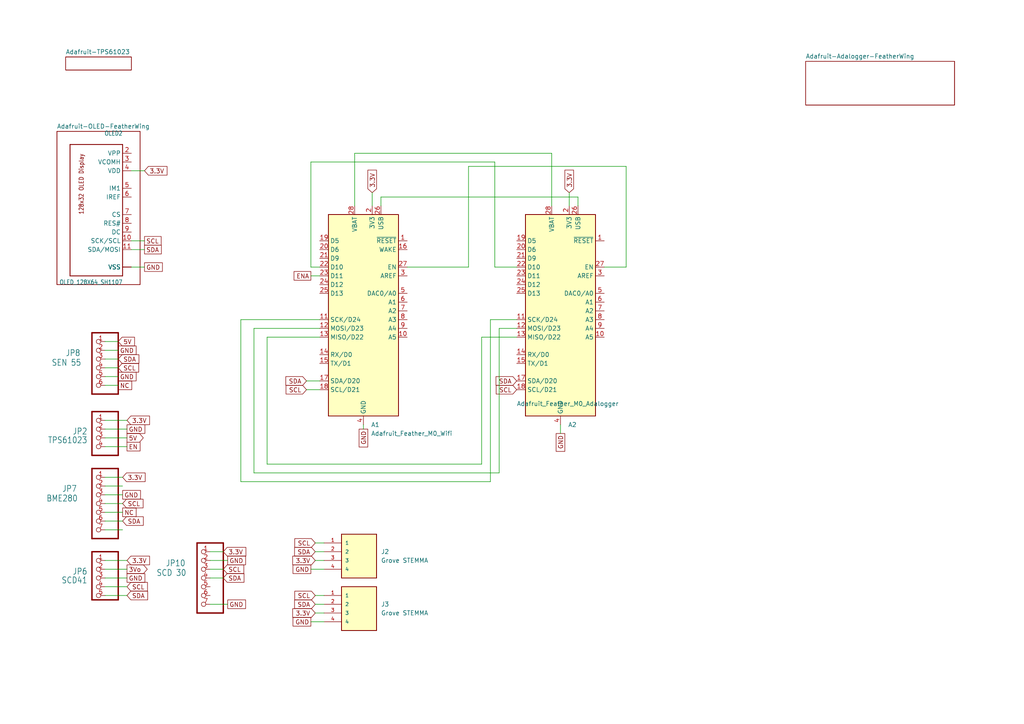
<source format=kicad_sch>
(kicad_sch (version 20231120) (generator "eeschema") (generator_version "8.0")
  (paper "A4")
  (lib_symbols
    (symbol "110990030:110990030" (pin_names (offset 1.016))
      (property "Reference" "J" (at -5.08 5.842 0))
      (property "Value" "110990030" (at -5.08 -8.382 0))
      (symbol "110990030_0_0"
        (rectangle (start -5.08 -7.62) (end 5.08 5.08) (stroke (width 0.254)) (fill (type background)))
        (pin passive line (at -10.16 2.54 0) (length 5.08) (name "1") (number "1"))
        (pin passive line (at -10.16 0 0) (length 5.08) (name "2") (number "2"))
        (pin passive line (at -10.16 -2.54 0) (length 5.08) (name "3") (number "3"))
        (pin passive line (at -10.16 -5.08 0) (length 5.08) (name "4") (number "4"))
      )
    )
    (symbol "Adafruit 128x64 OLED FeatherWing-eagle-import:OLED_128X64_SH1107"
      (property "Reference" "OLED" (at -7.62 22.86 0))
      (symbol "OLED_128X64_SH1107_1_0"
        (polyline (pts (xy -7.62 -17.78) (xy 7.62 -17.78)) (stroke (width 0.254)))
        (polyline (pts (xy -7.62 20.32) (xy -7.62 -17.78)) (stroke (width 0.254)))
        (polyline (pts (xy 7.62 -17.78) (xy 7.62 20.32)) (stroke (width 0.254)))
        (polyline (pts (xy 7.62 20.32) (xy -7.62 20.32)) (stroke (width 0.254)))
        (text "128x32 OLED Display" (at 5.08 0 900) (effects (font (size 1.27 1.0795)) (justify left bottom)))
        (pin power_in line (at -10.16 -15.24 0) (length 2.54) (name "VSS") (number "1"))
        (pin input line (at -10.16 -7.62 0) (length 2.54) (name "SCK/SCL") (number "10"))
        (pin input line (at -10.16 -10.16 0) (length 2.54) (name "SDA/MOSI") (number "11"))
        (pin power_in line (at -10.16 -15.24 0) (length 2.54) (name "VSS") (number "12"))
        (pin power_in line (at -10.16 -15.24 0) (length 2.54) (name "VSS") (number "13"))
        (pin power_in line (at -10.16 17.78 0) (length 2.54) (name "VPP") (number "2"))
        (pin power_in line (at -10.16 15.24 0) (length 2.54) (name "VCOMH") (number "3"))
        (pin power_in line (at -10.16 12.7 0) (length 2.54) (name "VDD") (number "4"))
        (pin input line (at -10.16 7.62 0) (length 2.54) (name "IM1") (number "5"))
        (pin bidirectional line (at -10.16 5.08 0) (length 2.54) (name "IREF") (number "6"))
        (pin input line (at -10.16 0 0) (length 2.54) (name "CS") (number "7"))
        (pin input line (at -10.16 -2.54 0) (length 2.54) (name "RES#") (number "8"))
        (pin input line (at -10.16 -5.08 0) (length 2.54) (name "DC") (number "9"))
      )
    )
    (symbol "Adafruit TPS61023-eagle-import:HEADER-1X4ROUND"
      (property "Reference" "JP" (at -6.35 8.255 0))
      (symbol "HEADER-1X4ROUND_1_0"
        (polyline (pts (xy -6.35 -5.08) (xy 1.27 -5.08)) (stroke (width 0.4064)))
        (polyline (pts (xy -6.35 7.62) (xy -6.35 -5.08)) (stroke (width 0.4064)))
        (polyline (pts (xy 1.27 -5.08) (xy 1.27 7.62)) (stroke (width 0.4064)))
        (polyline (pts (xy 1.27 7.62) (xy -6.35 7.62)) (stroke (width 0.4064)))
        (pin passive inverted (at -2.54 5.08 0) (length 2.54) (name "1") (number "1"))
        (pin passive inverted (at -2.54 2.54 0) (length 2.54) (name "2") (number "2"))
        (pin passive inverted (at -2.54 0 0) (length 2.54) (name "3") (number "3"))
        (pin passive inverted (at -2.54 -2.54 0) (length 2.54) (name "4") (number "4"))
      )
    )
    (symbol "HEADER-1X4ROUND_1"
      (property "Reference" "JP7" (at 5.588 1.778 0))
      (property "Value" "BME280" (at 5.334 -1.016 0))
      (symbol "HEADER-1X4ROUND_1_1_0"
        (polyline (pts (xy -6.35 -12.7) (xy 1.27 -12.7)) (stroke (width 0.4064)))
        (polyline (pts (xy -6.35 7.62) (xy -6.35 -12.7)) (stroke (width 0.4064)))
        (polyline (pts (xy 1.27 -12.7) (xy 1.27 7.62)) (stroke (width 0.4064)))
        (polyline (pts (xy 1.27 7.62) (xy -6.35 7.62)) (stroke (width 0.4064)))
        (pin passive inverted (at -2.54 5.08 0) (length 2.54) (name "1") (number "1"))
        (pin passive inverted (at -2.54 2.54 0) (length 2.54) (name "2") (number "2"))
        (pin passive inverted (at -2.54 0 0) (length 2.54) (name "3") (number "3"))
        (pin passive inverted (at -2.54 -2.54 0) (length 2.54) (name "4") (number "4"))
        (pin passive inverted (at -2.54 -5.08 0) (length 2.54) (name "5") (number "5"))
        (pin passive inverted (at -2.54 -7.62 0) (length 2.54) (name "6") (number "6"))
        (pin passive inverted (at -2.54 -10.16 0) (length 2.54) (name "7") (number "7"))
      )
    )
    (symbol "HEADER-1X4ROUND_2"
      (property "Reference" "JP8" (at 5.588 1.778 0))
      (property "Value" "SEN 55" (at 5.334 -1.016 0))
      (symbol "HEADER-1X4ROUND_2_1_0"
        (polyline (pts (xy -6.35 -10.16) (xy 1.27 -10.16)) (stroke (width 0.4064)))
        (polyline (pts (xy -6.35 7.62) (xy -6.35 -10.16)) (stroke (width 0.4064)))
        (polyline (pts (xy 1.27 -10.16) (xy 1.27 7.62)) (stroke (width 0.4064)))
        (polyline (pts (xy 1.27 7.62) (xy -6.35 7.62)) (stroke (width 0.4064)))
        (pin passive inverted (at -2.54 5.08 0) (length 2.54) (name "1") (number "1"))
        (pin passive inverted (at -2.54 2.54 0) (length 2.54) (name "2") (number "2"))
        (pin passive inverted (at -2.54 0 0) (length 2.54) (name "3") (number "3"))
        (pin passive inverted (at -2.54 -2.54 0) (length 2.54) (name "4") (number "4"))
        (pin passive inverted (at -2.54 -5.08 0) (length 2.54) (name "5") (number "5"))
        (pin passive inverted (at -2.54 -7.62 0) (length 2.54) (name "6") (number "6"))
      )
    )
    (symbol "HEADER-1X4ROUND_3"
      (property "Reference" "JP10" (at 4.572 1.778 0))
      (property "Value" "SCD 30" (at 4.318 -1.016 0))
      (symbol "HEADER-1X4ROUND_3_1_0"
        (polyline (pts (xy -6.35 -12.7) (xy 1.27 -12.7)) (stroke (width 0.4064)))
        (polyline (pts (xy -6.35 7.62) (xy -6.35 -12.7)) (stroke (width 0.4064)))
        (polyline (pts (xy 1.27 -12.7) (xy 1.27 7.62)) (stroke (width 0.4064)))
        (polyline (pts (xy 1.27 7.62) (xy -6.35 7.62)) (stroke (width 0.4064)))
        (pin passive inverted (at -2.54 5.08 0) (length 2.54) (name "1") (number "1"))
        (pin passive inverted (at -2.54 2.54 0) (length 2.54) (name "2") (number "2"))
        (pin passive inverted (at -2.54 0 0) (length 2.54) (name "3") (number "3"))
        (pin passive inverted (at -2.54 -2.54 0) (length 2.54) (name "4") (number "4"))
        (pin passive inverted (at -2.54 -5.08 0) (length 2.54) (name "5") (number "5"))
        (pin passive inverted (at -2.54 -7.62 0) (length 2.54) (name "6") (number "6"))
        (pin passive inverted (at -2.54 -10.16 0) (length 2.54) (name "7") (number "7"))
      )
    )
    (symbol "HEADER-1X4ROUND_4"
      (property "Reference" "JP6" (at 2.54 1.905 0))
      (property "Value" "SCD41" (at 2.54 -0.635 0))
      (symbol "HEADER-1X4ROUND_4_1_0"
        (polyline (pts (xy -6.35 -6.35) (xy 1.27 -6.35)) (stroke (width 0.4064)))
        (polyline (pts (xy -6.35 7.62) (xy -6.35 -6.35)) (stroke (width 0.4064)))
        (polyline (pts (xy 1.27 -6.35) (xy 1.27 7.62)) (stroke (width 0.4064)))
        (polyline (pts (xy 1.27 7.62) (xy -6.35 7.62)) (stroke (width 0.4064)))
        (pin passive inverted (at -2.54 5.08 0) (length 2.54) (name "1") (number "1"))
        (pin passive inverted (at -2.54 2.54 0) (length 2.54) (name "2") (number "2"))
        (pin passive inverted (at -2.54 0 0) (length 2.54) (name "3") (number "3"))
        (pin passive inverted (at -2.54 -2.54 0) (length 2.54) (name "4") (number "4"))
        (pin passive inverted (at -2.54 -5.08 0) (length 2.54) (name "5") (number "5"))
      )
    )
    (symbol "MCU_Module:Adafruit_Feather_M0_Adalogger"
      (property "Reference" "A" (at -10.16 29.21 0))
      (property "Value" "Adafruit_Feather_M0_Adalogger" (at 2.54 -31.75 0))
      (symbol "Adafruit_Feather_M0_Adalogger_0_1"
        (rectangle (start -10.16 27.94) (end 10.16 -30.48) (stroke (width 0.254)) (fill (type background)))
      )
      (symbol "Adafruit_Feather_M0_Adalogger_1_1"
        (pin input line (at 12.7 20.32 180) (length 2.54) (name "~{RESET}") (number "1"))
        (pin bidirectional line (at 12.7 -7.62 180) (length 2.54) (name "A5") (number "10"))
        (pin bidirectional line (at -12.7 -2.54 0) (length 2.54) (name "SCK/D24") (number "11"))
        (pin bidirectional line (at -12.7 -5.08 0) (length 2.54) (name "MOSI/D23") (number "12"))
        (pin bidirectional line (at -12.7 -7.62 0) (length 2.54) (name "MISO/D22") (number "13"))
        (pin bidirectional line (at -12.7 -12.7 0) (length 2.54) (name "RX/D0") (number "14"))
        (pin bidirectional line (at -12.7 -15.24 0) (length 2.54) (name "TX/D1") (number "15"))
        (pin passive line (at 0 -33.02 90) (length 2.54) hide (name "GND") (number "16"))
        (pin bidirectional line (at -12.7 -20.32 0) (length 2.54) (name "SDA/D20") (number "17"))
        (pin bidirectional line (at -12.7 -22.86 0) (length 2.54) (name "SCL/D21") (number "18"))
        (pin bidirectional line (at -12.7 20.32 0) (length 2.54) (name "D5") (number "19"))
        (pin power_in line (at 2.54 30.48 270) (length 2.54) (name "3V3") (number "2"))
        (pin bidirectional line (at -12.7 17.78 0) (length 2.54) (name "D6") (number "20"))
        (pin bidirectional line (at -12.7 15.24 0) (length 2.54) (name "D9") (number "21"))
        (pin bidirectional line (at -12.7 12.7 0) (length 2.54) (name "D10") (number "22"))
        (pin bidirectional line (at -12.7 10.16 0) (length 2.54) (name "D11") (number "23"))
        (pin bidirectional line (at -12.7 7.62 0) (length 2.54) (name "D12") (number "24"))
        (pin bidirectional line (at -12.7 5.08 0) (length 2.54) (name "D13") (number "25"))
        (pin power_in line (at 5.08 30.48 270) (length 2.54) (name "USB") (number "26"))
        (pin input line (at 12.7 12.7 180) (length 2.54) (name "EN") (number "27"))
        (pin power_in line (at -2.54 30.48 270) (length 2.54) (name "VBAT") (number "28"))
        (pin input line (at 12.7 10.16 180) (length 2.54) (name "AREF") (number "3"))
        (pin power_in line (at 0 -33.02 90) (length 2.54) (name "GND") (number "4"))
        (pin bidirectional line (at 12.7 5.08 180) (length 2.54) (name "DAC0/A0") (number "5"))
        (pin bidirectional line (at 12.7 2.54 180) (length 2.54) (name "A1") (number "6"))
        (pin bidirectional line (at 12.7 0 180) (length 2.54) (name "A2") (number "7"))
        (pin bidirectional line (at 12.7 -2.54 180) (length 2.54) (name "A3") (number "8"))
        (pin bidirectional line (at 12.7 -5.08 180) (length 2.54) (name "A4") (number "9"))
      )
    )
    (symbol "MCU_Module:Adafruit_Feather_M0_Wifi"
      (property "Reference" "A" (at -10.16 29.21 0))
      (property "Value" "Adafruit_Feather_M0_Wifi" (at 2.54 -31.75 0))
      (symbol "Adafruit_Feather_M0_Wifi_0_1"
        (rectangle (start -10.16 27.94) (end 10.16 -30.48) (stroke (width 0.254)) (fill (type background)))
      )
      (symbol "Adafruit_Feather_M0_Wifi_1_1"
        (pin input line (at 12.7 20.32 180) (length 2.54) (name "~{RESET}") (number "1"))
        (pin bidirectional line (at 12.7 -7.62 180) (length 2.54) (name "A5") (number "10"))
        (pin bidirectional line (at -12.7 -2.54 0) (length 2.54) (name "SCK/D24") (number "11"))
        (pin bidirectional line (at -12.7 -5.08 0) (length 2.54) (name "MOSI/D23") (number "12"))
        (pin bidirectional line (at -12.7 -7.62 0) (length 2.54) (name "MISO/D22") (number "13"))
        (pin bidirectional line (at -12.7 -12.7 0) (length 2.54) (name "RX/D0") (number "14"))
        (pin bidirectional line (at -12.7 -15.24 0) (length 2.54) (name "TX/D1") (number "15"))
        (pin input line (at 12.7 17.78 180) (length 2.54) (name "WAKE") (number "16"))
        (pin bidirectional line (at -12.7 -20.32 0) (length 2.54) (name "SDA/D20") (number "17"))
        (pin bidirectional line (at -12.7 -22.86 0) (length 2.54) (name "SCL/D21") (number "18"))
        (pin bidirectional line (at -12.7 20.32 0) (length 2.54) (name "D5") (number "19"))
        (pin power_in line (at 2.54 30.48 270) (length 2.54) (name "3V3") (number "2"))
        (pin bidirectional line (at -12.7 17.78 0) (length 2.54) (name "D6") (number "20"))
        (pin bidirectional line (at -12.7 15.24 0) (length 2.54) (name "D9") (number "21"))
        (pin bidirectional line (at -12.7 12.7 0) (length 2.54) (name "D10") (number "22"))
        (pin bidirectional line (at -12.7 10.16 0) (length 2.54) (name "D11") (number "23"))
        (pin bidirectional line (at -12.7 7.62 0) (length 2.54) (name "D12") (number "24"))
        (pin bidirectional line (at -12.7 5.08 0) (length 2.54) (name "D13") (number "25"))
        (pin power_in line (at 5.08 30.48 270) (length 2.54) (name "USB") (number "26"))
        (pin input line (at 12.7 12.7 180) (length 2.54) (name "EN") (number "27"))
        (pin power_in line (at -2.54 30.48 270) (length 2.54) (name "VBAT") (number "28"))
        (pin input line (at 12.7 10.16 180) (length 2.54) (name "AREF") (number "3"))
        (pin power_in line (at 0 -33.02 90) (length 2.54) (name "GND") (number "4"))
        (pin bidirectional line (at 12.7 5.08 180) (length 2.54) (name "DAC0/A0") (number "5"))
        (pin bidirectional line (at 12.7 2.54 180) (length 2.54) (name "A1") (number "6"))
        (pin bidirectional line (at 12.7 0 180) (length 2.54) (name "A2") (number "7"))
        (pin bidirectional line (at 12.7 -2.54 180) (length 2.54) (name "A3") (number "8"))
        (pin bidirectional line (at 12.7 -5.08 180) (length 2.54) (name "A4") (number "9"))
      )
    )
  )
  (wire (pts (xy 139.7 134.62) (xy 139.7 97.79)))
  (wire (pts (xy 69.85 139.7) (xy 142.24 139.7)))
  (wire (pts (xy 30.48 104.14) (xy 34.29 104.14)))
  (wire (pts (xy 30.48 165.1) (xy 36.83 165.1)))
  (wire (pts (xy 105.41 123.19) (xy 105.41 124.46)))
  (wire (pts (xy 91.44 157.48) (xy 93.98 157.48)))
  (wire (pts (xy 181.61 48.26) (xy 181.61 77.47)))
  (wire (pts (xy 60.96 162.56) (xy 66.04 162.56)))
  (wire (pts (xy 91.44 175.26) (xy 93.98 175.26)))
  (wire (pts (xy 107.95 55.88) (xy 107.95 59.69)))
  (wire (pts (xy 38.1 49.53) (xy 41.91 49.53)))
  (wire (pts (xy 30.48 148.59) (xy 35.56 148.59)))
  (wire (pts (xy 30.48 124.46) (xy 36.83 124.46)))
  (wire (pts (xy 30.48 151.13) (xy 35.56 151.13)))
  (wire (pts (xy 69.85 92.71) (xy 69.85 139.7)))
  (wire (pts (xy 135.89 77.47) (xy 135.89 48.26)))
  (wire (pts (xy 144.78 137.16) (xy 144.78 95.25)))
  (wire (pts (xy 90.17 165.1) (xy 93.98 165.1)))
  (wire (pts (xy 30.48 146.05) (xy 35.56 146.05)))
  (wire (pts (xy 38.1 72.39) (xy 41.91 72.39)))
  (wire (pts (xy 92.71 77.47) (xy 90.17 77.47)))
  (wire (pts (xy 160.02 59.69) (xy 160.02 44.45)))
  (wire (pts (xy 90.17 46.99) (xy 143.51 46.99)))
  (wire (pts (xy 30.48 101.6) (xy 34.29 101.6)))
  (wire (pts (xy 30.48 153.67) (xy 35.56 153.67)))
  (wire (pts (xy 30.48 106.68) (xy 34.29 106.68)))
  (wire (pts (xy 139.7 97.79) (xy 149.86 97.79)))
  (wire (pts (xy 30.48 170.18) (xy 36.83 170.18)))
  (wire (pts (xy 88.9 113.03) (xy 92.71 113.03)))
  (wire (pts (xy 144.78 95.25) (xy 149.86 95.25)))
  (wire (pts (xy 142.24 139.7) (xy 142.24 92.71)))
  (wire (pts (xy 88.9 110.49) (xy 92.71 110.49)))
  (wire (pts (xy 77.47 97.79) (xy 77.47 134.62)))
  (wire (pts (xy 165.1 55.88) (xy 165.1 59.69)))
  (wire (pts (xy 60.96 160.02) (xy 64.77 160.02)))
  (wire (pts (xy 91.44 177.8) (xy 93.98 177.8)))
  (wire (pts (xy 30.48 109.22) (xy 34.29 109.22)))
  (wire (pts (xy 92.71 92.71) (xy 69.85 92.71)))
  (wire (pts (xy 91.44 172.72) (xy 93.98 172.72)))
  (wire (pts (xy 90.17 80.01) (xy 92.71 80.01)))
  (wire (pts (xy 167.64 57.15) (xy 110.49 57.15)))
  (wire (pts (xy 135.89 48.26) (xy 181.61 48.26)))
  (wire (pts (xy 143.51 77.47) (xy 149.86 77.47)))
  (wire (pts (xy 102.87 44.45) (xy 102.87 59.69)))
  (wire (pts (xy 30.48 121.92) (xy 36.83 121.92)))
  (wire (pts (xy 90.17 180.34) (xy 93.98 180.34)))
  (wire (pts (xy 73.66 95.25) (xy 73.66 137.16)))
  (wire (pts (xy 91.44 162.56) (xy 93.98 162.56)))
  (wire (pts (xy 92.71 97.79) (xy 77.47 97.79)))
  (wire (pts (xy 73.66 137.16) (xy 144.78 137.16)))
  (wire (pts (xy 167.64 59.69) (xy 167.64 57.15)))
  (wire (pts (xy 30.48 172.72) (xy 36.83 172.72)))
  (wire (pts (xy 30.48 140.97) (xy 35.56 140.97)))
  (wire (pts (xy 175.26 77.47) (xy 181.61 77.47)))
  (wire (pts (xy 30.48 111.76) (xy 34.29 111.76)))
  (wire (pts (xy 30.48 138.43) (xy 35.56 138.43)))
  (wire (pts (xy 38.1 69.85) (xy 41.91 69.85)))
  (wire (pts (xy 143.51 46.99) (xy 143.51 77.47)))
  (wire (pts (xy 118.11 77.47) (xy 135.89 77.47)))
  (wire (pts (xy 38.1 77.47) (xy 41.91 77.47)))
  (wire (pts (xy 110.49 57.15) (xy 110.49 59.69)))
  (wire (pts (xy 30.48 143.51) (xy 35.56 143.51)))
  (wire (pts (xy 60.96 165.1) (xy 64.77 165.1)))
  (wire (pts (xy 30.48 167.64) (xy 36.83 167.64)))
  (wire (pts (xy 77.47 134.62) (xy 139.7 134.62)))
  (wire (pts (xy 142.24 92.71) (xy 149.86 92.71)))
  (wire (pts (xy 92.71 95.25) (xy 73.66 95.25)))
  (wire (pts (xy 30.48 129.54) (xy 36.83 129.54)))
  (wire (pts (xy 90.17 77.47) (xy 90.17 46.99)))
  (wire (pts (xy 162.56 123.19) (xy 162.56 125.73)))
  (wire (pts (xy 30.48 99.06) (xy 34.29 99.06)))
  (wire (pts (xy 30.48 162.56) (xy 36.83 162.56)))
  (wire (pts (xy 60.96 167.64) (xy 64.77 167.64)))
  (wire (pts (xy 60.96 175.26) (xy 66.04 175.26)))
  (wire (pts (xy 30.48 127) (xy 36.83 127)))
  (wire (pts (xy 160.02 44.45) (xy 102.87 44.45)))
  (wire (pts (xy 91.44 160.02) (xy 93.98 160.02)))
  (global_label "SDA" (shape input) (at 91.44 160.02 180) (property "Intersheetrefs" "${INTERSHEET_REFS}" (effects (hide yes))))
  (global_label "GND" (shape passive) (at 90.17 180.34 180) (property "Intersheetrefs" "${INTERSHEET_REFS}" (effects (hide yes))))
  (global_label "GND" (shape passive) (at 41.91 77.47 0) (property "Intersheetrefs" "${INTERSHEET_REFS}" (effects (hide yes))))
  (global_label "SDA" (shape input) (at 149.86 110.49 180) (property "Intersheetrefs" "${INTERSHEET_REFS}" (effects (hide yes))))
  (global_label "3.3V" (shape input) (at 64.77 160.02 0) (property "Intersheetrefs" "${INTERSHEET_REFS}" (effects (hide yes))))
  (global_label "3.3V" (shape input) (at 91.44 162.56 180) (property "Intersheetrefs" "${INTERSHEET_REFS}" (effects (hide yes))))
  (global_label "SDA" (shape input) (at 36.83 172.72 0) (property "Intersheetrefs" "${INTERSHEET_REFS}" (effects (hide yes))))
  (global_label "SCL" (shape input) (at 88.9 113.03 180) (property "Intersheetrefs" "${INTERSHEET_REFS}" (effects (hide yes))))
  (global_label "GND" (shape passive) (at 35.56 143.51 0) (property "Intersheetrefs" "${INTERSHEET_REFS}" (effects (hide yes))))
  (global_label "SCL" (shape input) (at 64.77 165.1 0) (property "Intersheetrefs" "${INTERSHEET_REFS}" (effects (hide yes))))
  (global_label "3.3V" (shape input) (at 41.91 49.53 0) (property "Intersheetrefs" "${INTERSHEET_REFS}" (effects (hide yes))))
  (global_label "GND" (shape passive) (at 34.29 109.22 0) (property "Intersheetrefs" "${INTERSHEET_REFS}" (effects (hide yes))))
  (global_label "GND" (shape passive) (at 66.04 162.56 0) (property "Intersheetrefs" "${INTERSHEET_REFS}" (effects (hide yes))))
  (global_label "GND" (shape passive) (at 34.29 101.6 0) (property "Intersheetrefs" "${INTERSHEET_REFS}" (effects (hide yes))))
  (global_label "3.3V" (shape input) (at 165.1 55.88 90) (property "Intersheetrefs" "${INTERSHEET_REFS}" (effects (hide yes))))
  (global_label "SDA" (shape input) (at 88.9 110.49 180) (property "Intersheetrefs" "${INTERSHEET_REFS}" (effects (hide yes))))
  (global_label "EN" (shape passive) (at 36.83 129.54 0) (property "Intersheetrefs" "${INTERSHEET_REFS}" (effects (hide yes))))
  (global_label "3Vo" (shape output) (at 36.83 165.1 0) (property "Intersheetrefs" "${INTERSHEET_REFS}" (effects (hide yes))))
  (global_label "SCL" (shape input) (at 91.44 157.48 180) (property "Intersheetrefs" "${INTERSHEET_REFS}" (effects (hide yes))))
  (global_label "3.3V" (shape input) (at 36.83 121.92 0) (property "Intersheetrefs" "${INTERSHEET_REFS}" (effects (hide yes))))
  (global_label "SDA" (shape input) (at 34.29 104.14 0) (property "Intersheetrefs" "${INTERSHEET_REFS}" (effects (hide yes))))
  (global_label "SCL" (shape input) (at 149.86 113.03 180) (property "Intersheetrefs" "${INTERSHEET_REFS}" (effects (hide yes))))
  (global_label "3.3V" (shape input) (at 36.83 162.56 0) (property "Intersheetrefs" "${INTERSHEET_REFS}" (effects (hide yes))))
  (global_label "3.3V" (shape input) (at 91.44 177.8 180) (property "Intersheetrefs" "${INTERSHEET_REFS}" (effects (hide yes))))
  (global_label "GND" (shape passive) (at 162.56 125.73 270) (property "Intersheetrefs" "${INTERSHEET_REFS}" (effects (hide yes))))
  (global_label "SDA" (shape passive) (at 41.91 72.39 0) (property "Intersheetrefs" "${INTERSHEET_REFS}" (effects (hide yes))))
  (global_label "SDA" (shape input) (at 91.44 175.26 180) (property "Intersheetrefs" "${INTERSHEET_REFS}" (effects (hide yes))))
  (global_label "3.3V" (shape input) (at 35.56 138.43 0) (property "Intersheetrefs" "${INTERSHEET_REFS}" (effects (hide yes))))
  (global_label "SDA" (shape input) (at 64.77 167.64 0) (property "Intersheetrefs" "${INTERSHEET_REFS}" (effects (hide yes))))
  (global_label "ENA" (shape passive) (at 90.17 80.01 180) (property "Intersheetrefs" "${INTERSHEET_REFS}" (effects (hide yes))))
  (global_label "GND" (shape passive) (at 105.41 124.46 270) (property "Intersheetrefs" "${INTERSHEET_REFS}" (effects (hide yes))))
  (global_label "GND" (shape passive) (at 90.17 165.1 180) (property "Intersheetrefs" "${INTERSHEET_REFS}" (effects (hide yes))))
  (global_label "3.3V" (shape input) (at 107.95 55.88 90) (property "Intersheetrefs" "${INTERSHEET_REFS}" (effects (hide yes))))
  (global_label "SDA" (shape input) (at 35.56 151.13 0) (property "Intersheetrefs" "${INTERSHEET_REFS}" (effects (hide yes))))
  (global_label "5V" (shape output) (at 36.83 127 0) (property "Intersheetrefs" "${INTERSHEET_REFS}" (effects (hide yes))))
  (global_label "GND" (shape passive) (at 36.83 124.46 0) (property "Intersheetrefs" "${INTERSHEET_REFS}" (effects (hide yes))))
  (global_label "GND" (shape passive) (at 36.83 167.64 0) (property "Intersheetrefs" "${INTERSHEET_REFS}" (effects (hide yes))))
  (global_label "GND" (shape passive) (at 66.04 175.26 0) (property "Intersheetrefs" "${INTERSHEET_REFS}" (effects (hide yes))))
  (global_label "SCL" (shape input) (at 35.56 146.05 0) (property "Intersheetrefs" "${INTERSHEET_REFS}" (effects (hide yes))))
  (global_label "SCL" (shape passive) (at 41.91 69.85 0) (property "Intersheetrefs" "${INTERSHEET_REFS}" (effects (hide yes))))
  (global_label "SCL" (shape input) (at 91.44 172.72 180) (property "Intersheetrefs" "${INTERSHEET_REFS}" (effects (hide yes))))
  (global_label "SCL" (shape input) (at 34.29 106.68 0) (property "Intersheetrefs" "${INTERSHEET_REFS}" (effects (hide yes))))
  (global_label "5V" (shape input) (at 34.29 99.06 0) (property "Intersheetrefs" "${INTERSHEET_REFS}" (effects (hide yes))))
  (global_label "SCL" (shape input) (at 36.83 170.18 0) (property "Intersheetrefs" "${INTERSHEET_REFS}" (effects (hide yes))))
  (global_label "NC" (shape passive) (at 35.56 148.59 0) (property "Intersheetrefs" "${INTERSHEET_REFS}" (effects (hide yes))))
  (global_label "NC" (shape passive) (at 34.29 111.76 0) (property "Intersheetrefs" "${INTERSHEET_REFS}" (effects (hide yes))))
  (symbol (lib_id "MCU_Module:Adafruit_Feather_M0_Wifi") (at 105.41 90.17 0) (unit 1)
    (property "Reference" "A1" (at 107.6041 123.19 0) (effects (justify left)))
    (property "Value" "Adafruit_Feather_M0_Wifi" (at 107.6041 125.73 0) (effects (justify left)))
    (property "Footprint" "Module:Adafruit_Feather_M0_Wifi" (effects (hide yes)))
    (property "Datasheet" "https://cdn-learn.adafruit.com/downloads/pdf/adafruit-feather-m0-wifi-atwinc1500.pdf" (effects (hide yes)))
    (property "Description" "Microcontroller module with SAMD21 Cortex-M0 MCU and ATWINC1500 Wifi" (effects (hide yes)))
  )
  (symbol (lib_id "110990030:110990030") (at 104.14 175.26 0) (unit 1)
    (property "Reference" "J3" (at 110.49 175.2599 0) (effects (justify left)))
    (property "Value" "Grove STEMMA" (at 110.49 177.7999 0) (effects (justify left)))
    (property "Footprint" "Connector_PinHeader_2.00mm:PinHeader_1x04_P2.00mm_Vertical" (effects (hide yes)))
    (property "MF" "Seeed Studio" (effects (hide yes)))
    (property "MAXIMUM_PACKAGE_HEIGHT" "8.1mm" (effects (hide yes)))
    (property "Package" "None" (effects (hide yes)))
    (property "Price" "None" (effects (hide yes)))
    (property "Check_prices" "https://www.snapeda.com/parts/110990030%2010PCS/PACK/Seeed+Studio/view-part/?ref=eda" (effects (hide yes)))
    (property "STANDARD" "Manufacturer Recommendations" (effects (hide yes)))
    (property "PARTREV" "A" (effects (hide yes)))
    (property "SnapEDA_Link" "https://www.snapeda.com/parts/110990030%2010PCS/PACK/Seeed+Studio/view-part/?ref=snap" (effects (hide yes)))
    (property "MP" "110990030 10PCS/PACK" (effects (hide yes)))
    (property "Description_1" "\nGrove - Universal 4 pin connector [Seeed Studio] 110990030 10PCS/PACK Grove - Universal 4 pin connector\n" (effects (hide yes)))
    (property "Availability" "Not in stock" (effects (hide yes)))
    (property "MANUFACTURER" "Seeed Technology" (effects (hide yes)))
  )
  (symbol (lib_name "HEADER-1X4ROUND_1") (lib_id "Adafruit TPS61023-eagle-import:HEADER-1X4ROUND") (at 27.94 143.51 0) (mirror y) (unit 1)
    (property "Reference" "JP7" (at 22.352 141.732 0) (effects (font (size 1.778 1.5113)) (justify left)))
    (property "Value" "BME280" (at 22.606 144.526 0) (effects (font (size 1.778 1.5113)) (justify left)))
    (property "Footprint" "Connector_PinHeader_2.54mm:PinHeader_1x07_P2.54mm_Vertical" (effects (hide yes)))
    (property "Description" "PIN HEADER" (effects (hide yes)))
  )
  (symbol (lib_id "110990030:110990030") (at 104.14 160.02 0) (unit 1)
    (property "Reference" "J2" (at 110.49 160.0199 0) (effects (justify left)))
    (property "Value" "Grove STEMMA" (at 110.49 162.5599 0) (effects (justify left)))
    (property "Footprint" "Connector_PinHeader_2.00mm:PinHeader_1x04_P2.00mm_Vertical" (effects (hide yes)))
    (property "MF" "Seeed Studio" (effects (hide yes)))
    (property "MAXIMUM_PACKAGE_HEIGHT" "8.1mm" (effects (hide yes)))
    (property "Package" "None" (effects (hide yes)))
    (property "Price" "None" (effects (hide yes)))
    (property "Check_prices" "https://www.snapeda.com/parts/110990030%2010PCS/PACK/Seeed+Studio/view-part/?ref=eda" (effects (hide yes)))
    (property "STANDARD" "Manufacturer Recommendations" (effects (hide yes)))
    (property "PARTREV" "A" (effects (hide yes)))
    (property "SnapEDA_Link" "https://www.snapeda.com/parts/110990030%2010PCS/PACK/Seeed+Studio/view-part/?ref=snap" (effects (hide yes)))
    (property "MP" "110990030 10PCS/PACK" (effects (hide yes)))
    (property "Description_1" "\nGrove - Universal 4 pin connector [Seeed Studio] 110990030 10PCS/PACK Grove - Universal 4 pin connector\n" (effects (hide yes)))
    (property "Availability" "Not in stock" (effects (hide yes)))
    (property "MANUFACTURER" "Seeed Technology" (effects (hide yes)))
  )
  (symbol (lib_id "Adafruit TPS61023-eagle-import:HEADER-1X4ROUND") (at 27.94 127 0) (mirror y) (unit 1)
    (property "Reference" "JP2" (at 25.4 125.095 0) (effects (font (size 1.778 1.5113)) (justify left)))
    (property "Value" "TPS61023" (at 25.4 127.635 0) (effects (font (size 1.778 1.5113)) (justify left)))
    (property "Footprint" "Connector_PinHeader_2.54mm:PinHeader_1x04_P2.54mm_Vertical" (effects (hide yes)))
    (property "Description" "PIN HEADER" (effects (hide yes)))
  )
  (symbol (lib_name "HEADER-1X4ROUND_2") (lib_id "Adafruit TPS61023-eagle-import:HEADER-1X4ROUND") (at 27.94 104.14 0) (mirror y) (unit 1)
    (property "Reference" "JP8" (at 23.368 102.362 0) (effects (font (size 1.778 1.5113)) (justify left)))
    (property "Value" "SEN 55" (at 23.622 105.156 0) (effects (font (size 1.778 1.5113)) (justify left)))
    (property "Footprint" "Connector_PinHeader_2.54mm:PinHeader_1x06_P2.54mm_Vertical" (effects (hide yes)))
    (property "Description" "PIN HEADER" (effects (hide yes)))
  )
  (symbol (lib_id "MCU_Module:Adafruit_Feather_M0_Adalogger") (at 162.56 90.17 0) (unit 1)
    (property "Reference" "A2" (at 164.7541 123.19 0) (effects (justify left)))
    (property "Value" "Adafruit_Feather_M0_Adalogger" (at 149.86 117.094 0) (effects (justify left)))
    (property "Footprint" "Module:Adafruit_Feather" (effects (hide yes)))
    (property "Datasheet" "https://cdn-learn.adafruit.com/downloads/pdf/adafruit-feather-m0-adalogger.pdf" (effects (hide yes)))
    (property "Description" "Microcontroller module with SAMD21 Cortex-M0 MCU and SD card reader" (effects (hide yes)))
  )
  (symbol (lib_id "Adafruit 128x64 OLED FeatherWing-eagle-import:OLED_128X64_SH1107") (at 27.94 62.23 0) (mirror y) (unit 1)
    (property "Reference" "OLED2" (at 35.56 39.37 0) (effects (font (size 1.27 1.0795)) (justify left bottom)))
    (property "Value" "OLED_128X64_SH1107" (at 35.56 82.55 0) (effects (font (size 1.27 1.0795)) (justify left bottom)))
    (property "Footprint" "Adafruit 128x64 OLED FeatherWing:QT1107P11A" (effects (hide yes)))
  )
  (symbol (lib_name "HEADER-1X4ROUND_3") (lib_id "Adafruit TPS61023-eagle-import:HEADER-1X4ROUND") (at 58.42 165.1 0) (mirror y) (unit 1)
    (property "Reference" "JP10" (at 53.848 163.322 0) (effects (font (size 1.778 1.5113)) (justify left)))
    (property "Value" "SCD 30" (at 54.102 166.116 0) (effects (font (size 1.778 1.5113)) (justify left)))
    (property "Footprint" "Connector_PinHeader_2.54mm:PinHeader_1x07_P2.54mm_Vertical" (effects (hide yes)))
    (property "Description" "PIN HEADER" (effects (hide yes)))
  )
  (symbol (lib_name "HEADER-1X4ROUND_4") (lib_id "Adafruit TPS61023-eagle-import:HEADER-1X4ROUND") (at 27.94 167.64 0) (mirror y) (unit 1)
    (property "Reference" "JP6" (at 25.4 165.735 0) (effects (font (size 1.778 1.5113)) (justify left)))
    (property "Value" "SCD41" (at 25.4 168.275 0) (effects (font (size 1.778 1.5113)) (justify left)))
    (property "Footprint" "Connector_PinHeader_2.54mm:PinHeader_1x05_P2.54mm_Vertical" (effects (hide yes)))
    (property "Description" "PIN HEADER" (effects (hide yes)))
  )
  (sheet (at 233.68 17.78) (size 43.18 12.7) (stroke (width 0.1524))
    (property "Sheetname" "Adafruit-Adalogger-FeatherWing" (at 233.68 17.0684 0) (effects (justify left bottom)))
    (property "Sheetfile" "Adafruit-Adalogger-FeatherWing.kicad_sch" (effects (hide yes)))
  )
  (sheet (at 16.51 38.1) (size 24.13 44.45) (stroke (width 0.1524))
    (property "Sheetname" "Adafruit-OLED-FeatherWing" (at 16.51 37.3884 0) (effects (justify left bottom)))
    (property "Sheetfile" "Adafruit-OLED-FeatherWing.kicad_sch" (effects (hide yes)))
  )
  (sheet (at 19.05 16.51) (size 19.05 3.81) (stroke (width 0.1524))
    (property "Sheetname" "Adafruit-TPS61023" (at 19.05 15.7984 0) (effects (justify left bottom)))
    (property "Sheetfile" "Adafruit-TPS61023.kicad_sch" (effects (hide yes)))
  )
)
</source>
